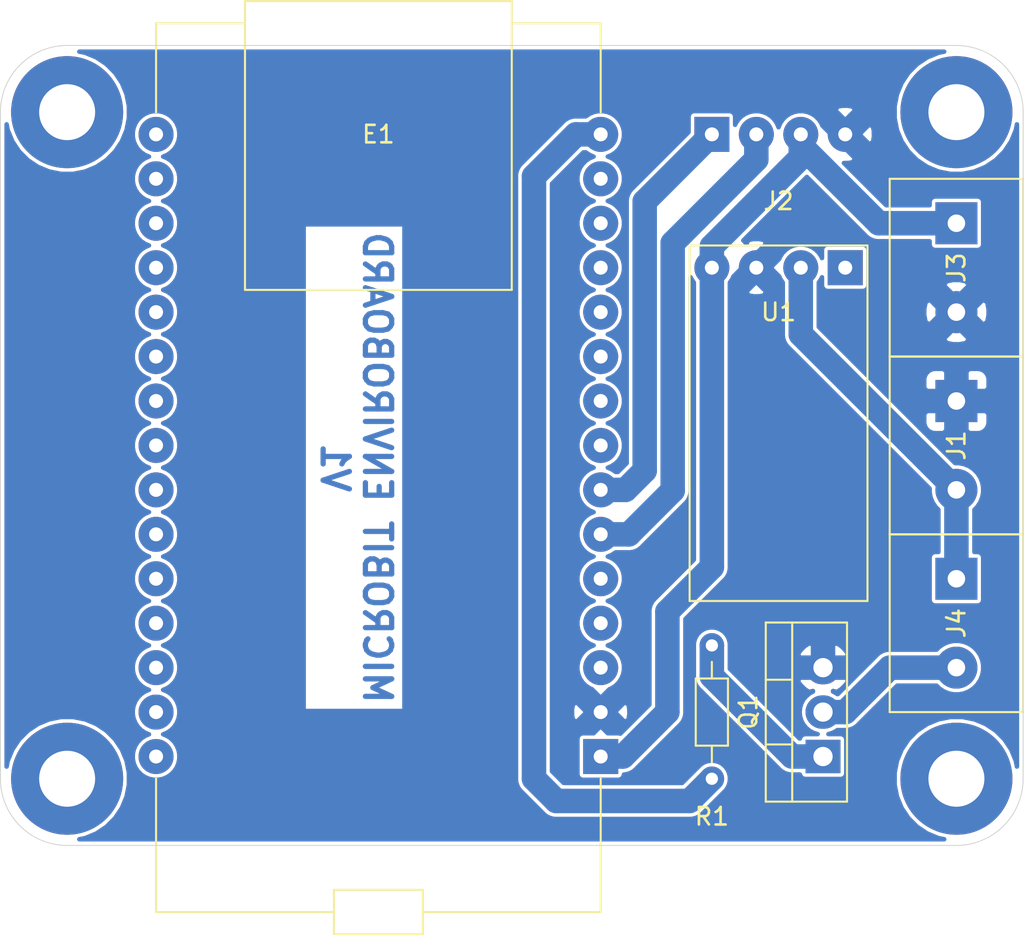
<source format=kicad_pcb>
(kicad_pcb (version 20171130) (host pcbnew 5.1.6)

  (general
    (thickness 1.6)
    (drawings 9)
    (tracks 36)
    (zones 0)
    (modules 12)
    (nets 35)
  )

  (page A4)
  (layers
    (0 F.Cu signal)
    (31 B.Cu signal)
    (32 B.Adhes user)
    (33 F.Adhes user)
    (34 B.Paste user)
    (35 F.Paste user)
    (36 B.SilkS user)
    (37 F.SilkS user)
    (38 B.Mask user)
    (39 F.Mask user)
    (40 Dwgs.User user)
    (41 Cmts.User user)
    (42 Eco1.User user)
    (43 Eco2.User user)
    (44 Edge.Cuts user)
    (45 Margin user)
    (46 B.CrtYd user)
    (47 F.CrtYd user)
    (48 B.Fab user)
    (49 F.Fab user)
  )

  (setup
    (last_trace_width 1.4)
    (user_trace_width 1.4)
    (user_trace_width 2)
    (trace_clearance 0.2)
    (zone_clearance 0.2)
    (zone_45_only no)
    (trace_min 0.2)
    (via_size 0.8)
    (via_drill 0.4)
    (via_min_size 0.4)
    (via_min_drill 0.3)
    (uvia_size 0.3)
    (uvia_drill 0.1)
    (uvias_allowed no)
    (uvia_min_size 0.2)
    (uvia_min_drill 0.1)
    (edge_width 0.05)
    (segment_width 0.2)
    (pcb_text_width 0.3)
    (pcb_text_size 1.5 1.5)
    (mod_edge_width 0.12)
    (mod_text_size 1 1)
    (mod_text_width 0.15)
    (pad_size 1.524 1.524)
    (pad_drill 0.762)
    (pad_to_mask_clearance 0.05)
    (aux_axis_origin 0 0)
    (visible_elements FFFFFF7F)
    (pcbplotparams
      (layerselection 0x01000_fffffffe)
      (usegerberextensions false)
      (usegerberattributes true)
      (usegerberadvancedattributes true)
      (creategerberjobfile true)
      (excludeedgelayer true)
      (linewidth 0.100000)
      (plotframeref false)
      (viasonmask false)
      (mode 1)
      (useauxorigin false)
      (hpglpennumber 1)
      (hpglpenspeed 20)
      (hpglpendiameter 15.000000)
      (psnegative false)
      (psa4output false)
      (plotreference true)
      (plotvalue true)
      (plotinvisibletext false)
      (padsonsilk false)
      (subtractmaskfromsilk false)
      (outputformat 1)
      (mirror false)
      (drillshape 0)
      (scaleselection 1)
      (outputdirectory ""))
  )

  (net 0 "")
  (net 1 "Net-(E1-Pad30)")
  (net 2 "Net-(E1-Pad29)")
  (net 3 "Net-(E1-Pad28)")
  (net 4 "Net-(E1-Pad27)")
  (net 5 "Net-(E1-Pad26)")
  (net 6 "Net-(E1-Pad25)")
  (net 7 "Net-(E1-Pad24)")
  (net 8 "Net-(E1-Pad23)")
  (net 9 "Net-(E1-Pad22)")
  (net 10 "Net-(E1-Pad21)")
  (net 11 "Net-(E1-Pad20)")
  (net 12 "Net-(E1-Pad19)")
  (net 13 "Net-(E1-Pad18)")
  (net 14 "Net-(E1-Pad17)")
  (net 15 "Net-(E1-Pad16)")
  (net 16 /PUMP)
  (net 17 "Net-(E1-Pad14)")
  (net 18 "Net-(E1-Pad13)")
  (net 19 "Net-(E1-Pad12)")
  (net 20 "Net-(E1-Pad11)")
  (net 21 "Net-(E1-Pad10)")
  (net 22 "Net-(E1-Pad9)")
  (net 23 "Net-(E1-Pad8)")
  (net 24 "Net-(E1-Pad7)")
  (net 25 "Net-(E1-Pad6)")
  (net 26 "Net-(E1-Pad5)")
  (net 27 "Net-(E1-Pad4)")
  (net 28 "Net-(E1-Pad3)")
  (net 29 GND)
  (net 30 +3V3)
  (net 31 +12V)
  (net 32 "Net-(J4-Pad2)")
  (net 33 "Net-(Q1-Pad1)")
  (net 34 "Net-(U1-Pad1)")

  (net_class Default "This is the default net class."
    (clearance 0.2)
    (trace_width 0.25)
    (via_dia 0.8)
    (via_drill 0.4)
    (uvia_dia 0.3)
    (uvia_drill 0.1)
    (add_net +12V)
    (add_net +3V3)
    (add_net /PUMP)
    (add_net GND)
    (add_net "Net-(E1-Pad10)")
    (add_net "Net-(E1-Pad11)")
    (add_net "Net-(E1-Pad12)")
    (add_net "Net-(E1-Pad13)")
    (add_net "Net-(E1-Pad14)")
    (add_net "Net-(E1-Pad16)")
    (add_net "Net-(E1-Pad17)")
    (add_net "Net-(E1-Pad18)")
    (add_net "Net-(E1-Pad19)")
    (add_net "Net-(E1-Pad20)")
    (add_net "Net-(E1-Pad21)")
    (add_net "Net-(E1-Pad22)")
    (add_net "Net-(E1-Pad23)")
    (add_net "Net-(E1-Pad24)")
    (add_net "Net-(E1-Pad25)")
    (add_net "Net-(E1-Pad26)")
    (add_net "Net-(E1-Pad27)")
    (add_net "Net-(E1-Pad28)")
    (add_net "Net-(E1-Pad29)")
    (add_net "Net-(E1-Pad3)")
    (add_net "Net-(E1-Pad30)")
    (add_net "Net-(E1-Pad4)")
    (add_net "Net-(E1-Pad5)")
    (add_net "Net-(E1-Pad6)")
    (add_net "Net-(E1-Pad7)")
    (add_net "Net-(E1-Pad8)")
    (add_net "Net-(E1-Pad9)")
    (add_net "Net-(J4-Pad2)")
    (add_net "Net-(Q1-Pad1)")
    (add_net "Net-(U1-Pad1)")
  )

  (module headers:screw_terminal (layer F.Cu) (tedit 5F129D61) (tstamp 5F12A86B)
    (at 54.61 33.02 270)
    (path /5F0D955A)
    (fp_text reference J4 (at 0 0 90) (layer F.SilkS)
      (effects (font (size 1 1) (thickness 0.15)))
    )
    (fp_text value PUMP (at 0 -2.54 90) (layer F.Fab)
      (effects (font (size 1 1) (thickness 0.15)))
    )
    (fp_line (start -5.08 -3.81) (end -5.08 3.81) (layer F.SilkS) (width 0.12))
    (fp_line (start -5.08 3.81) (end 5.08 3.81) (layer F.SilkS) (width 0.12))
    (fp_line (start 5.08 3.81) (end 5.08 -3.81) (layer F.SilkS) (width 0.12))
    (fp_line (start 5.08 -3.81) (end -5.08 -3.81) (layer F.SilkS) (width 0.12))
    (pad 1 thru_hole rect (at -2.54 0 270) (size 2.4 2.4) (drill 1) (layers *.Cu *.Mask)
      (net 31 +12V))
    (pad 2 thru_hole circle (at 2.54 0 270) (size 2.4 2.4) (drill 1) (layers *.Cu *.Mask)
      (net 32 "Net-(J4-Pad2)"))
  )

  (module headers:screw_terminal (layer F.Cu) (tedit 5F129D61) (tstamp 5F12A861)
    (at 54.61 12.7 270)
    (path /5F0D9E40)
    (fp_text reference J3 (at 0 0 90) (layer F.SilkS)
      (effects (font (size 1 1) (thickness 0.15)))
    )
    (fp_text value 3V3 (at 0 -2.54 90) (layer F.Fab)
      (effects (font (size 1 1) (thickness 0.15)))
    )
    (fp_line (start -5.08 -3.81) (end -5.08 3.81) (layer F.SilkS) (width 0.12))
    (fp_line (start -5.08 3.81) (end 5.08 3.81) (layer F.SilkS) (width 0.12))
    (fp_line (start 5.08 3.81) (end 5.08 -3.81) (layer F.SilkS) (width 0.12))
    (fp_line (start 5.08 -3.81) (end -5.08 -3.81) (layer F.SilkS) (width 0.12))
    (pad 1 thru_hole rect (at -2.54 0 270) (size 2.4 2.4) (drill 1) (layers *.Cu *.Mask)
      (net 30 +3V3))
    (pad 2 thru_hole circle (at 2.54 0 270) (size 2.4 2.4) (drill 1) (layers *.Cu *.Mask)
      (net 29 GND))
  )

  (module headers:screw_terminal (layer F.Cu) (tedit 5F129D61) (tstamp 5F12A849)
    (at 54.61 22.86 270)
    (path /5F0D867F)
    (fp_text reference J1 (at 0 0 90) (layer F.SilkS)
      (effects (font (size 1 1) (thickness 0.15)))
    )
    (fp_text value 12V (at 0 -2.54 90) (layer F.Fab)
      (effects (font (size 1 1) (thickness 0.15)))
    )
    (fp_line (start -5.08 -3.81) (end -5.08 3.81) (layer F.SilkS) (width 0.12))
    (fp_line (start -5.08 3.81) (end 5.08 3.81) (layer F.SilkS) (width 0.12))
    (fp_line (start 5.08 3.81) (end 5.08 -3.81) (layer F.SilkS) (width 0.12))
    (fp_line (start 5.08 -3.81) (end -5.08 -3.81) (layer F.SilkS) (width 0.12))
    (pad 1 thru_hole rect (at -2.54 0 270) (size 2.4 2.4) (drill 1) (layers *.Cu *.Mask)
      (net 29 GND))
    (pad 2 thru_hole circle (at 2.54 0 270) (size 2.4 2.4) (drill 1) (layers *.Cu *.Mask)
      (net 31 +12V))
  )

  (module headers:4x1 (layer F.Cu) (tedit 5F0667B9) (tstamp 5F11319C)
    (at 44.45 5.08)
    (path /5F10408E)
    (fp_text reference J2 (at 0 3.81) (layer F.SilkS)
      (effects (font (size 1 1) (thickness 0.15)))
    )
    (fp_text value SERIAL (at 0 2.54) (layer F.Fab)
      (effects (font (size 1 1) (thickness 0.15)))
    )
    (pad 4 thru_hole circle (at 3.81 0) (size 2 2) (drill 0.8) (layers *.Cu *.Mask)
      (net 29 GND))
    (pad 3 thru_hole circle (at 1.27 0) (size 2 2) (drill 0.8) (layers *.Cu *.Mask)
      (net 30 +3V3))
    (pad 2 thru_hole circle (at -1.27 0) (size 2 2) (drill 0.8) (layers *.Cu *.Mask)
      (net 25 "Net-(E1-Pad6)"))
    (pad 1 thru_hole rect (at -3.81 0) (size 2 2) (drill 0.8) (layers *.Cu *.Mask)
      (net 24 "Net-(E1-Pad7)"))
  )

  (module MountingHole:MountingHole_3.2mm_M3_Pad (layer F.Cu) (tedit 56D1B4CB) (tstamp 5F107FDB)
    (at 3.81 41.91)
    (descr "Mounting Hole 3.2mm, M3")
    (tags "mounting hole 3.2mm m3")
    (attr virtual)
    (fp_text reference REF** (at 0 -4.2) (layer F.SilkS) hide
      (effects (font (size 1 1) (thickness 0.15)))
    )
    (fp_text value MountingHole_3.2mm_M3_Pad (at 0 4.2) (layer F.Fab) hide
      (effects (font (size 1 1) (thickness 0.15)))
    )
    (fp_circle (center 0 0) (end 3.45 0) (layer F.CrtYd) (width 0.05))
    (fp_circle (center 0 0) (end 3.2 0) (layer Cmts.User) (width 0.15))
    (fp_text user %R (at 0.3 0) (layer F.Fab)
      (effects (font (size 1 1) (thickness 0.15)))
    )
    (pad 1 thru_hole circle (at 0 0) (size 6.4 6.4) (drill 3.2) (layers *.Cu *.Mask))
  )

  (module MountingHole:MountingHole_3.2mm_M3_Pad (layer F.Cu) (tedit 56D1B4CB) (tstamp 5F107FDB)
    (at 54.61 41.91)
    (descr "Mounting Hole 3.2mm, M3")
    (tags "mounting hole 3.2mm m3")
    (attr virtual)
    (fp_text reference REF** (at 0 -4.2) (layer F.SilkS) hide
      (effects (font (size 1 1) (thickness 0.15)))
    )
    (fp_text value MountingHole_3.2mm_M3_Pad (at 0 4.2) (layer F.Fab) hide
      (effects (font (size 1 1) (thickness 0.15)))
    )
    (fp_circle (center 0 0) (end 3.45 0) (layer F.CrtYd) (width 0.05))
    (fp_circle (center 0 0) (end 3.2 0) (layer Cmts.User) (width 0.15))
    (fp_text user %R (at 0.3 0) (layer F.Fab)
      (effects (font (size 1 1) (thickness 0.15)))
    )
    (pad 1 thru_hole circle (at 0 0) (size 6.4 6.4) (drill 3.2) (layers *.Cu *.Mask))
  )

  (module MountingHole:MountingHole_3.2mm_M3_Pad (layer F.Cu) (tedit 56D1B4CB) (tstamp 5F107FDB)
    (at 54.61 3.81)
    (descr "Mounting Hole 3.2mm, M3")
    (tags "mounting hole 3.2mm m3")
    (attr virtual)
    (fp_text reference REF** (at 0 -4.2) (layer F.SilkS) hide
      (effects (font (size 1 1) (thickness 0.15)))
    )
    (fp_text value MountingHole_3.2mm_M3_Pad (at 0 4.2) (layer F.Fab) hide
      (effects (font (size 1 1) (thickness 0.15)))
    )
    (fp_circle (center 0 0) (end 3.45 0) (layer F.CrtYd) (width 0.05))
    (fp_circle (center 0 0) (end 3.2 0) (layer Cmts.User) (width 0.15))
    (fp_text user %R (at 0.3 0) (layer F.Fab)
      (effects (font (size 1 1) (thickness 0.15)))
    )
    (pad 1 thru_hole circle (at 0 0) (size 6.4 6.4) (drill 3.2) (layers *.Cu *.Mask))
  )

  (module MountingHole:MountingHole_3.2mm_M3_Pad (layer F.Cu) (tedit 56D1B4CB) (tstamp 5F107FDB)
    (at 3.81 3.81)
    (descr "Mounting Hole 3.2mm, M3")
    (tags "mounting hole 3.2mm m3")
    (attr virtual)
    (fp_text reference REF** (at 0 -4.2) (layer F.SilkS) hide
      (effects (font (size 1 1) (thickness 0.15)))
    )
    (fp_text value MountingHole_3.2mm_M3_Pad (at 0 4.2) (layer F.Fab) hide
      (effects (font (size 1 1) (thickness 0.15)))
    )
    (fp_circle (center 0 0) (end 3.45 0) (layer F.CrtYd) (width 0.05))
    (fp_circle (center 0 0) (end 3.2 0) (layer Cmts.User) (width 0.15))
    (fp_text user %R (at 0.3 0) (layer F.Fab)
      (effects (font (size 1 1) (thickness 0.15)))
    )
    (pad 1 thru_hole circle (at 0 0) (size 6.4 6.4) (drill 3.2) (layers *.Cu *.Mask))
  )

  (module Resistor_THT:R_Axial_DIN0204_L3.6mm_D1.6mm_P7.62mm_Horizontal (layer F.Cu) (tedit 5AE5139B) (tstamp 5F0DF6FC)
    (at 40.64 34.29 270)
    (descr "Resistor, Axial_DIN0204 series, Axial, Horizontal, pin pitch=7.62mm, 0.167W, length*diameter=3.6*1.6mm^2, http://cdn-reichelt.de/documents/datenblatt/B400/1_4W%23YAG.pdf")
    (tags "Resistor Axial_DIN0204 series Axial Horizontal pin pitch 7.62mm 0.167W length 3.6mm diameter 1.6mm")
    (path /5F0DCBB7)
    (fp_text reference R1 (at 9.779 0 180) (layer F.SilkS)
      (effects (font (size 1 1) (thickness 0.15)))
    )
    (fp_text value 47R (at 3.81 2.54 90) (layer F.Fab)
      (effects (font (size 1 1) (thickness 0.15)))
    )
    (fp_line (start 8.57 -1.05) (end -0.95 -1.05) (layer F.CrtYd) (width 0.05))
    (fp_line (start 8.57 1.05) (end 8.57 -1.05) (layer F.CrtYd) (width 0.05))
    (fp_line (start -0.95 1.05) (end 8.57 1.05) (layer F.CrtYd) (width 0.05))
    (fp_line (start -0.95 -1.05) (end -0.95 1.05) (layer F.CrtYd) (width 0.05))
    (fp_line (start 6.68 0) (end 5.73 0) (layer F.SilkS) (width 0.12))
    (fp_line (start 0.94 0) (end 1.89 0) (layer F.SilkS) (width 0.12))
    (fp_line (start 5.73 -0.92) (end 1.89 -0.92) (layer F.SilkS) (width 0.12))
    (fp_line (start 5.73 0.92) (end 5.73 -0.92) (layer F.SilkS) (width 0.12))
    (fp_line (start 1.89 0.92) (end 5.73 0.92) (layer F.SilkS) (width 0.12))
    (fp_line (start 1.89 -0.92) (end 1.89 0.92) (layer F.SilkS) (width 0.12))
    (fp_line (start 7.62 0) (end 5.61 0) (layer F.Fab) (width 0.1))
    (fp_line (start 0 0) (end 2.01 0) (layer F.Fab) (width 0.1))
    (fp_line (start 5.61 -0.8) (end 2.01 -0.8) (layer F.Fab) (width 0.1))
    (fp_line (start 5.61 0.8) (end 5.61 -0.8) (layer F.Fab) (width 0.1))
    (fp_line (start 2.01 0.8) (end 5.61 0.8) (layer F.Fab) (width 0.1))
    (fp_line (start 2.01 -0.8) (end 2.01 0.8) (layer F.Fab) (width 0.1))
    (fp_text user %R (at 3.81 0 90) (layer F.Fab)
      (effects (font (size 0.72 0.72) (thickness 0.108)))
    )
    (pad 2 thru_hole oval (at 7.62 0 270) (size 1.4 1.4) (drill 0.7) (layers *.Cu *.Mask)
      (net 16 /PUMP))
    (pad 1 thru_hole circle (at 0 0 270) (size 1.4 1.4) (drill 0.7) (layers *.Cu *.Mask)
      (net 33 "Net-(Q1-Pad1)"))
    (model ${KISYS3DMOD}/Resistor_THT.3dshapes/R_Axial_DIN0204_L3.6mm_D1.6mm_P7.62mm_Horizontal.wrl
      (at (xyz 0 0 0))
      (scale (xyz 1 1 1))
      (rotate (xyz 0 0 0))
    )
  )

  (module misc:buck_converter (layer F.Cu) (tedit 5F0D82D8) (tstamp 5F0DDB09)
    (at 44.45 12.7 180)
    (path /5F0DACB8)
    (fp_text reference U1 (at 0 -2.54) (layer F.SilkS)
      (effects (font (size 1 1) (thickness 0.15)))
    )
    (fp_text value REGULATOR (at 0 -5.08) (layer F.Fab)
      (effects (font (size 1 1) (thickness 0.15)))
    )
    (fp_line (start 5.08 1.27) (end 0 1.27) (layer F.SilkS) (width 0.12))
    (fp_line (start 5.08 -19.05) (end 5.08 1.27) (layer F.SilkS) (width 0.12))
    (fp_line (start -5.08 -19.05) (end 5.08 -19.05) (layer F.SilkS) (width 0.12))
    (fp_line (start -5.08 1.27) (end -5.08 -19.05) (layer F.SilkS) (width 0.12))
    (fp_line (start 0 1.27) (end -5.08 1.27) (layer F.SilkS) (width 0.12))
    (pad 4 thru_hole circle (at 3.81 0 180) (size 2 2) (drill 0.8) (layers *.Cu *.Mask)
      (net 30 +3V3))
    (pad 3 thru_hole circle (at 1.27 0 180) (size 2 2) (drill 0.8) (layers *.Cu *.Mask)
      (net 29 GND))
    (pad 2 thru_hole circle (at -1.27 0 180) (size 2 2) (drill 0.8) (layers *.Cu *.Mask)
      (net 31 +12V))
    (pad 1 thru_hole rect (at -3.81 0 180) (size 2 2) (drill 0.8) (layers *.Cu *.Mask)
      (net 34 "Net-(U1-Pad1)"))
  )

  (module Package_TO_SOT_THT:TO-220-3_Vertical (layer F.Cu) (tedit 5AC8BA0D) (tstamp 5F0DDAEA)
    (at 46.99 40.64 90)
    (descr "TO-220-3, Vertical, RM 2.54mm, see https://www.vishay.com/docs/66542/to-220-1.pdf")
    (tags "TO-220-3 Vertical RM 2.54mm")
    (path /5F0DBB13)
    (fp_text reference Q1 (at 2.54 -4.27 90) (layer F.SilkS)
      (effects (font (size 1 1) (thickness 0.15)))
    )
    (fp_text value TIP41C (at 2.54 2.5 90) (layer F.Fab)
      (effects (font (size 1 1) (thickness 0.15)))
    )
    (fp_line (start 7.79 -3.4) (end -2.71 -3.4) (layer F.CrtYd) (width 0.05))
    (fp_line (start 7.79 1.51) (end 7.79 -3.4) (layer F.CrtYd) (width 0.05))
    (fp_line (start -2.71 1.51) (end 7.79 1.51) (layer F.CrtYd) (width 0.05))
    (fp_line (start -2.71 -3.4) (end -2.71 1.51) (layer F.CrtYd) (width 0.05))
    (fp_line (start 4.391 -3.27) (end 4.391 -1.76) (layer F.SilkS) (width 0.12))
    (fp_line (start 0.69 -3.27) (end 0.69 -1.76) (layer F.SilkS) (width 0.12))
    (fp_line (start -2.58 -1.76) (end 7.66 -1.76) (layer F.SilkS) (width 0.12))
    (fp_line (start 7.66 -3.27) (end 7.66 1.371) (layer F.SilkS) (width 0.12))
    (fp_line (start -2.58 -3.27) (end -2.58 1.371) (layer F.SilkS) (width 0.12))
    (fp_line (start -2.58 1.371) (end 7.66 1.371) (layer F.SilkS) (width 0.12))
    (fp_line (start -2.58 -3.27) (end 7.66 -3.27) (layer F.SilkS) (width 0.12))
    (fp_line (start 4.39 -3.15) (end 4.39 -1.88) (layer F.Fab) (width 0.1))
    (fp_line (start 0.69 -3.15) (end 0.69 -1.88) (layer F.Fab) (width 0.1))
    (fp_line (start -2.46 -1.88) (end 7.54 -1.88) (layer F.Fab) (width 0.1))
    (fp_line (start 7.54 -3.15) (end -2.46 -3.15) (layer F.Fab) (width 0.1))
    (fp_line (start 7.54 1.25) (end 7.54 -3.15) (layer F.Fab) (width 0.1))
    (fp_line (start -2.46 1.25) (end 7.54 1.25) (layer F.Fab) (width 0.1))
    (fp_line (start -2.46 -3.15) (end -2.46 1.25) (layer F.Fab) (width 0.1))
    (fp_text user %R (at 2.54 -4.27 90) (layer F.Fab)
      (effects (font (size 1 1) (thickness 0.15)))
    )
    (pad 3 thru_hole oval (at 5.08 0 90) (size 1.905 2) (drill 1.1) (layers *.Cu *.Mask)
      (net 29 GND))
    (pad 2 thru_hole oval (at 2.54 0 90) (size 1.905 2) (drill 1.1) (layers *.Cu *.Mask)
      (net 32 "Net-(J4-Pad2)"))
    (pad 1 thru_hole rect (at 0 0 90) (size 1.905 2) (drill 1.1) (layers *.Cu *.Mask)
      (net 33 "Net-(Q1-Pad1)"))
    (model ${KISYS3DMOD}/Package_TO_SOT_THT.3dshapes/TO-220-3_Vertical.wrl
      (at (xyz 0 0 0))
      (scale (xyz 1 1 1))
      (rotate (xyz 0 0 0))
    )
  )

  (module microcontroller:ESP31-DEVKIT (layer F.Cu) (tedit 5F0D8041) (tstamp 5F0DDAB8)
    (at 21.59 24.13)
    (path /5F0D7604)
    (fp_text reference E1 (at 0 -19.05) (layer F.SilkS)
      (effects (font (size 1 1) (thickness 0.15)))
    )
    (fp_text value ESP32-DEVKIT (at 0 -21.59 180) (layer F.Fab)
      (effects (font (size 1 1) (thickness 0.15)))
    )
    (fp_line (start -7.62 -25.4) (end -12.7 -25.4) (layer F.SilkS) (width 0.12))
    (fp_line (start 12.7 -25.4) (end 7.62 -25.4) (layer F.SilkS) (width 0.12))
    (fp_line (start 7.62 -26.67) (end -7.62 -26.67) (layer F.SilkS) (width 0.12))
    (fp_line (start 7.62 -10.16) (end 7.62 -26.67) (layer F.SilkS) (width 0.12))
    (fp_line (start -7.62 -10.16) (end 7.62 -10.16) (layer F.SilkS) (width 0.12))
    (fp_line (start -7.62 -26.67) (end -7.62 -10.16) (layer F.SilkS) (width 0.12))
    (fp_line (start -2.54 25.4) (end -12.7 25.4) (layer F.SilkS) (width 0.12))
    (fp_line (start 12.7 25.4) (end 2.54 25.4) (layer F.SilkS) (width 0.12))
    (fp_line (start -2.54 26.67) (end -2.54 24.13) (layer F.SilkS) (width 0.12))
    (fp_line (start 2.54 26.67) (end -2.54 26.67) (layer F.SilkS) (width 0.12))
    (fp_line (start 2.54 24.13) (end 2.54 26.67) (layer F.SilkS) (width 0.12))
    (fp_line (start -2.54 24.13) (end 2.54 24.13) (layer F.SilkS) (width 0.12))
    (fp_line (start 12.7 25.4) (end 12.7 17.78) (layer F.SilkS) (width 0.12))
    (fp_line (start -12.7 17.78) (end -12.7 25.4) (layer F.SilkS) (width 0.12))
    (fp_line (start 12.7 -25.4) (end 12.7 -20.32) (layer F.SilkS) (width 0.12))
    (fp_line (start -12.7 -20.32) (end -12.7 -25.4) (layer F.SilkS) (width 0.12))
    (pad 30 thru_hole circle (at -12.7 -19.05) (size 2 2) (drill 0.8) (layers *.Cu *.Mask)
      (net 1 "Net-(E1-Pad30)"))
    (pad 29 thru_hole circle (at -12.7 -16.51) (size 2 2) (drill 0.8) (layers *.Cu *.Mask)
      (net 2 "Net-(E1-Pad29)"))
    (pad 28 thru_hole circle (at -12.7 -13.97) (size 2 2) (drill 0.8) (layers *.Cu *.Mask)
      (net 3 "Net-(E1-Pad28)"))
    (pad 27 thru_hole circle (at -12.7 -11.43) (size 2 2) (drill 0.8) (layers *.Cu *.Mask)
      (net 4 "Net-(E1-Pad27)"))
    (pad 26 thru_hole circle (at -12.7 -8.89) (size 2 2) (drill 0.8) (layers *.Cu *.Mask)
      (net 5 "Net-(E1-Pad26)"))
    (pad 25 thru_hole circle (at -12.7 -6.35) (size 2 2) (drill 0.8) (layers *.Cu *.Mask)
      (net 6 "Net-(E1-Pad25)"))
    (pad 24 thru_hole circle (at -12.7 -3.81) (size 2 2) (drill 0.8) (layers *.Cu *.Mask)
      (net 7 "Net-(E1-Pad24)"))
    (pad 23 thru_hole circle (at -12.7 -1.27) (size 2 2) (drill 0.8) (layers *.Cu *.Mask)
      (net 8 "Net-(E1-Pad23)"))
    (pad 22 thru_hole circle (at -12.7 1.27) (size 2 2) (drill 0.8) (layers *.Cu *.Mask)
      (net 9 "Net-(E1-Pad22)"))
    (pad 21 thru_hole circle (at -12.7 3.81) (size 2 2) (drill 0.8) (layers *.Cu *.Mask)
      (net 10 "Net-(E1-Pad21)"))
    (pad 20 thru_hole circle (at -12.7 6.35) (size 2 2) (drill 0.8) (layers *.Cu *.Mask)
      (net 11 "Net-(E1-Pad20)"))
    (pad 19 thru_hole circle (at -12.7 8.89) (size 2 2) (drill 0.8) (layers *.Cu *.Mask)
      (net 12 "Net-(E1-Pad19)"))
    (pad 18 thru_hole circle (at -12.7 11.43) (size 2 2) (drill 0.8) (layers *.Cu *.Mask)
      (net 13 "Net-(E1-Pad18)"))
    (pad 17 thru_hole circle (at -12.7 13.97) (size 2 2) (drill 0.8) (layers *.Cu *.Mask)
      (net 14 "Net-(E1-Pad17)"))
    (pad 16 thru_hole circle (at -12.7 16.51) (size 2 2) (drill 0.8) (layers *.Cu *.Mask)
      (net 15 "Net-(E1-Pad16)"))
    (pad 15 thru_hole circle (at 12.7 -19.05) (size 2 2) (drill 0.8) (layers *.Cu *.Mask)
      (net 16 /PUMP))
    (pad 14 thru_hole circle (at 12.7 -16.51) (size 2 2) (drill 0.8) (layers *.Cu *.Mask)
      (net 17 "Net-(E1-Pad14)"))
    (pad 13 thru_hole circle (at 12.7 -13.97) (size 2 2) (drill 0.8) (layers *.Cu *.Mask)
      (net 18 "Net-(E1-Pad13)"))
    (pad 12 thru_hole circle (at 12.7 -11.43) (size 2 2) (drill 0.8) (layers *.Cu *.Mask)
      (net 19 "Net-(E1-Pad12)"))
    (pad 11 thru_hole circle (at 12.7 -8.89) (size 2 2) (drill 0.8) (layers *.Cu *.Mask)
      (net 20 "Net-(E1-Pad11)"))
    (pad 10 thru_hole circle (at 12.7 -6.35) (size 2 2) (drill 0.8) (layers *.Cu *.Mask)
      (net 21 "Net-(E1-Pad10)"))
    (pad 9 thru_hole circle (at 12.7 -3.81) (size 2 2) (drill 0.8) (layers *.Cu *.Mask)
      (net 22 "Net-(E1-Pad9)"))
    (pad 8 thru_hole circle (at 12.7 -1.27) (size 2 2) (drill 0.8) (layers *.Cu *.Mask)
      (net 23 "Net-(E1-Pad8)"))
    (pad 7 thru_hole circle (at 12.7 1.27) (size 2 2) (drill 0.8) (layers *.Cu *.Mask)
      (net 24 "Net-(E1-Pad7)"))
    (pad 6 thru_hole circle (at 12.7 3.81) (size 2 2) (drill 0.8) (layers *.Cu *.Mask)
      (net 25 "Net-(E1-Pad6)"))
    (pad 5 thru_hole circle (at 12.7 6.35) (size 2 2) (drill 0.8) (layers *.Cu *.Mask)
      (net 26 "Net-(E1-Pad5)"))
    (pad 4 thru_hole circle (at 12.7 8.89) (size 2 2) (drill 0.8) (layers *.Cu *.Mask)
      (net 27 "Net-(E1-Pad4)"))
    (pad 3 thru_hole circle (at 12.7 11.43) (size 2 2) (drill 0.8) (layers *.Cu *.Mask)
      (net 28 "Net-(E1-Pad3)"))
    (pad 2 thru_hole circle (at 12.7 13.97) (size 2 2) (drill 0.8) (layers *.Cu *.Mask)
      (net 29 GND))
    (pad 1 thru_hole rect (at 12.7 16.51) (size 2 2) (drill 0.8) (layers *.Cu *.Mask)
      (net 30 +3V3))
  )

  (gr_text "MICROBIT ENVIROBOARD\nV1" (at 20.32 24.13 270) (layer B.Cu)
    (effects (font (size 1.5 1.5) (thickness 0.3)) (justify mirror))
  )
  (gr_arc (start 3.81 3.81) (end 3.81 0) (angle -90) (layer Edge.Cuts) (width 0.05))
  (gr_arc (start 54.61 3.81) (end 58.42 3.81) (angle -90) (layer Edge.Cuts) (width 0.05))
  (gr_arc (start 54.61 41.91) (end 54.61 45.72) (angle -90) (layer Edge.Cuts) (width 0.05))
  (gr_arc (start 3.81 41.91) (end 0 41.91) (angle -90) (layer Edge.Cuts) (width 0.05))
  (gr_line (start 58.42 41.91) (end 58.42 3.81) (layer Edge.Cuts) (width 0.05) (tstamp 5F0DFFA4))
  (gr_line (start 3.81 45.72) (end 54.61 45.72) (layer Edge.Cuts) (width 0.05))
  (gr_line (start 0 3.81) (end 0 41.91) (layer Edge.Cuts) (width 0.05))
  (gr_line (start 3.81 0) (end 54.61 0) (layer Edge.Cuts) (width 0.05))

  (segment (start 40.64 41.91) (end 39.37 43.18) (width 1.4) (layer B.Cu) (net 16))
  (segment (start 39.37 43.18) (end 31.75 43.18) (width 1.4) (layer B.Cu) (net 16))
  (segment (start 31.75 43.18) (end 30.48 41.91) (width 1.4) (layer B.Cu) (net 16))
  (segment (start 32.875787 5.08) (end 34.29 5.08) (width 1.4) (layer B.Cu) (net 16))
  (segment (start 30.48 7.475787) (end 32.875787 5.08) (width 1.4) (layer B.Cu) (net 16))
  (segment (start 30.48 41.91) (end 30.48 7.475787) (width 1.4) (layer B.Cu) (net 16))
  (segment (start 36.803209 8.916791) (end 40.64 5.08) (width 1.4) (layer B.Cu) (net 24))
  (segment (start 36.803209 24.301004) (end 36.803209 8.916791) (width 1.4) (layer B.Cu) (net 24))
  (segment (start 35.704213 25.4) (end 36.803209 24.301004) (width 1.4) (layer B.Cu) (net 24))
  (segment (start 34.29 25.4) (end 35.704213 25.4) (width 1.4) (layer B.Cu) (net 24))
  (segment (start 35.900008 27.94) (end 34.29 27.94) (width 1.4) (layer B.Cu) (net 25))
  (segment (start 38.40322 25.436788) (end 35.900008 27.94) (width 1.4) (layer B.Cu) (net 25))
  (segment (start 38.40322 11.292082) (end 38.40322 25.436788) (width 1.4) (layer B.Cu) (net 25))
  (segment (start 43.18 6.515302) (end 38.40322 11.292082) (width 1.4) (layer B.Cu) (net 25))
  (segment (start 43.18 5.08) (end 43.18 6.515302) (width 1.4) (layer B.Cu) (net 25))
  (segment (start 50.8 10.16) (end 54.61 10.16) (width 1.4) (layer B.Cu) (net 30))
  (segment (start 50.169999 10.16) (end 50.8 10.16) (width 1.4) (layer B.Cu) (net 30))
  (segment (start 45.72 5.710001) (end 50.169999 10.16) (width 1.4) (layer B.Cu) (net 30))
  (segment (start 45.72 5.08) (end 45.72 5.710001) (width 1.4) (layer B.Cu) (net 30))
  (segment (start 45.72 6.403359) (end 45.72 5.08) (width 1.4) (layer B.Cu) (net 30))
  (segment (start 40.64 11.483359) (end 45.72 6.403359) (width 1.4) (layer B.Cu) (net 30))
  (segment (start 40.64 12.7) (end 40.64 11.483359) (width 1.4) (layer B.Cu) (net 30))
  (segment (start 40.64 29.817255) (end 40.64 12.7) (width 1.4) (layer B.Cu) (net 30))
  (segment (start 38.1 32.357255) (end 40.64 29.817255) (width 1.4) (layer B.Cu) (net 30))
  (segment (start 38.1 38.1) (end 38.1 32.357255) (width 1.4) (layer B.Cu) (net 30))
  (segment (start 35.56 40.64) (end 38.1 38.1) (width 1.4) (layer B.Cu) (net 30))
  (segment (start 34.29 40.64) (end 35.56 40.64) (width 1.4) (layer B.Cu) (net 30))
  (segment (start 45.72 16.51) (end 54.61 25.4) (width 1.4) (layer B.Cu) (net 31))
  (segment (start 45.72 12.7) (end 45.72 16.51) (width 1.4) (layer B.Cu) (net 31))
  (segment (start 54.61 25.4) (end 54.61 30.48) (width 1.4) (layer B.Cu) (net 31))
  (segment (start 48.26 38.1) (end 46.99 38.1) (width 1.4) (layer B.Cu) (net 32))
  (segment (start 50.8 35.56) (end 48.26 38.1) (width 1.4) (layer B.Cu) (net 32))
  (segment (start 54.61 35.56) (end 50.8 35.56) (width 1.4) (layer B.Cu) (net 32))
  (segment (start 45.225026 40.64) (end 46.99 40.64) (width 1.4) (layer B.Cu) (net 33))
  (segment (start 40.64 36.054974) (end 45.225026 40.64) (width 1.4) (layer B.Cu) (net 33))
  (segment (start 40.64 34.29) (end 40.64 36.054974) (width 1.4) (layer B.Cu) (net 33))

  (zone (net 29) (net_name GND) (layer B.Cu) (tstamp 5F123AC2) (hatch edge 0.508)
    (connect_pads (clearance 0.2))
    (min_thickness 0.254)
    (fill yes (arc_segments 32) (thermal_gap 0.508) (thermal_bridge_width 1.4))
    (polygon
      (pts
        (xy 58.42 45.72) (xy 0 45.72) (xy 0 0) (xy 58.42 0)
      )
    )
    (filled_polygon
      (pts
        (xy 53.581212 0.41854) (xy 52.939339 0.684413) (xy 52.361668 1.0704) (xy 51.8704 1.561668) (xy 51.484413 2.139339)
        (xy 51.21854 2.781212) (xy 51.083 3.462621) (xy 51.083 4.157379) (xy 51.21854 4.838788) (xy 51.484413 5.480661)
        (xy 51.8704 6.058332) (xy 52.361668 6.5496) (xy 52.939339 6.935587) (xy 53.581212 7.20146) (xy 54.262621 7.337)
        (xy 54.957379 7.337) (xy 55.638788 7.20146) (xy 56.280661 6.935587) (xy 56.858332 6.5496) (xy 57.3496 6.058332)
        (xy 57.735587 5.480661) (xy 58.00146 4.838788) (xy 58.068001 4.504262) (xy 58.068 41.215733) (xy 58.00146 40.881212)
        (xy 57.735587 40.239339) (xy 57.3496 39.661668) (xy 56.858332 39.1704) (xy 56.280661 38.784413) (xy 55.638788 38.51854)
        (xy 54.957379 38.383) (xy 54.262621 38.383) (xy 53.581212 38.51854) (xy 52.939339 38.784413) (xy 52.361668 39.1704)
        (xy 51.8704 39.661668) (xy 51.484413 40.239339) (xy 51.21854 40.881212) (xy 51.083 41.562621) (xy 51.083 42.257379)
        (xy 51.21854 42.938788) (xy 51.484413 43.580661) (xy 51.8704 44.158332) (xy 52.361668 44.6496) (xy 52.939339 45.035587)
        (xy 53.581212 45.30146) (xy 53.915733 45.368) (xy 4.504267 45.368) (xy 4.838788 45.30146) (xy 5.480661 45.035587)
        (xy 6.058332 44.6496) (xy 6.5496 44.158332) (xy 6.935587 43.580661) (xy 7.20146 42.938788) (xy 7.337 42.257379)
        (xy 7.337 41.562621) (xy 7.20146 40.881212) (xy 6.935587 40.239339) (xy 6.5496 39.661668) (xy 6.058332 39.1704)
        (xy 5.480661 38.784413) (xy 4.838788 38.51854) (xy 4.157379 38.383) (xy 3.462621 38.383) (xy 2.781212 38.51854)
        (xy 2.139339 38.784413) (xy 1.561668 39.1704) (xy 1.0704 39.661668) (xy 0.684413 40.239339) (xy 0.41854 40.881212)
        (xy 0.352 41.215733) (xy 0.352 4.504267) (xy 0.41854 4.838788) (xy 0.684413 5.480661) (xy 1.0704 6.058332)
        (xy 1.561668 6.5496) (xy 2.139339 6.935587) (xy 2.781212 7.20146) (xy 3.462621 7.337) (xy 4.157379 7.337)
        (xy 4.838788 7.20146) (xy 5.480661 6.935587) (xy 6.058332 6.5496) (xy 6.5496 6.058332) (xy 6.935587 5.480661)
        (xy 7.155683 4.949302) (xy 7.563 4.949302) (xy 7.563 5.210698) (xy 7.613996 5.467072) (xy 7.714028 5.70857)
        (xy 7.859252 5.925913) (xy 8.044087 6.110748) (xy 8.26143 6.255972) (xy 8.488433 6.35) (xy 8.26143 6.444028)
        (xy 8.044087 6.589252) (xy 7.859252 6.774087) (xy 7.714028 6.99143) (xy 7.613996 7.232928) (xy 7.563 7.489302)
        (xy 7.563 7.750698) (xy 7.613996 8.007072) (xy 7.714028 8.24857) (xy 7.859252 8.465913) (xy 8.044087 8.650748)
        (xy 8.26143 8.795972) (xy 8.488433 8.89) (xy 8.26143 8.984028) (xy 8.044087 9.129252) (xy 7.859252 9.314087)
        (xy 7.714028 9.53143) (xy 7.613996 9.772928) (xy 7.563 10.029302) (xy 7.563 10.290698) (xy 7.613996 10.547072)
        (xy 7.714028 10.78857) (xy 7.859252 11.005913) (xy 8.044087 11.190748) (xy 8.26143 11.335972) (xy 8.488433 11.43)
        (xy 8.26143 11.524028) (xy 8.044087 11.669252) (xy 7.859252 11.854087) (xy 7.714028 12.07143) (xy 7.613996 12.312928)
        (xy 7.563 12.569302) (xy 7.563 12.830698) (xy 7.613996 13.087072) (xy 7.714028 13.32857) (xy 7.859252 13.545913)
        (xy 8.044087 13.730748) (xy 8.26143 13.875972) (xy 8.488433 13.97) (xy 8.26143 14.064028) (xy 8.044087 14.209252)
        (xy 7.859252 14.394087) (xy 7.714028 14.61143) (xy 7.613996 14.852928) (xy 7.563 15.109302) (xy 7.563 15.370698)
        (xy 7.613996 15.627072) (xy 7.714028 15.86857) (xy 7.859252 16.085913) (xy 8.044087 16.270748) (xy 8.26143 16.415972)
        (xy 8.488433 16.51) (xy 8.26143 16.604028) (xy 8.044087 16.749252) (xy 7.859252 16.934087) (xy 7.714028 17.15143)
        (xy 7.613996 17.392928) (xy 7.563 17.649302) (xy 7.563 17.910698) (xy 7.613996 18.167072) (xy 7.714028 18.40857)
        (xy 7.859252 18.625913) (xy 8.044087 18.810748) (xy 8.26143 18.955972) (xy 8.488433 19.05) (xy 8.26143 19.144028)
        (xy 8.044087 19.289252) (xy 7.859252 19.474087) (xy 7.714028 19.69143) (xy 7.613996 19.932928) (xy 7.563 20.189302)
        (xy 7.563 20.450698) (xy 7.613996 20.707072) (xy 7.714028 20.94857) (xy 7.859252 21.165913) (xy 8.044087 21.350748)
        (xy 8.26143 21.495972) (xy 8.488433 21.59) (xy 8.26143 21.684028) (xy 8.044087 21.829252) (xy 7.859252 22.014087)
        (xy 7.714028 22.23143) (xy 7.613996 22.472928) (xy 7.563 22.729302) (xy 7.563 22.990698) (xy 7.613996 23.247072)
        (xy 7.714028 23.48857) (xy 7.859252 23.705913) (xy 8.044087 23.890748) (xy 8.26143 24.035972) (xy 8.488433 24.13)
        (xy 8.26143 24.224028) (xy 8.044087 24.369252) (xy 7.859252 24.554087) (xy 7.714028 24.77143) (xy 7.613996 25.012928)
        (xy 7.563 25.269302) (xy 7.563 25.530698) (xy 7.613996 25.787072) (xy 7.714028 26.02857) (xy 7.859252 26.245913)
        (xy 8.044087 26.430748) (xy 8.26143 26.575972) (xy 8.488433 26.67) (xy 8.26143 26.764028) (xy 8.044087 26.909252)
        (xy 7.859252 27.094087) (xy 7.714028 27.31143) (xy 7.613996 27.552928) (xy 7.563 27.809302) (xy 7.563 28.070698)
        (xy 7.613996 28.327072) (xy 7.714028 28.56857) (xy 7.859252 28.785913) (xy 8.044087 28.970748) (xy 8.26143 29.115972)
        (xy 8.488433 29.21) (xy 8.26143 29.304028) (xy 8.044087 29.449252) (xy 7.859252 29.634087) (xy 7.714028 29.85143)
        (xy 7.613996 30.092928) (xy 7.563 30.349302) (xy 7.563 30.610698) (xy 7.613996 30.867072) (xy 7.714028 31.10857)
        (xy 7.859252 31.325913) (xy 8.044087 31.510748) (xy 8.26143 31.655972) (xy 8.488433 31.75) (xy 8.26143 31.844028)
        (xy 8.044087 31.989252) (xy 7.859252 32.174087) (xy 7.714028 32.39143) (xy 7.613996 32.632928) (xy 7.563 32.889302)
        (xy 7.563 33.150698) (xy 7.613996 33.407072) (xy 7.714028 33.64857) (xy 7.859252 33.865913) (xy 8.044087 34.050748)
        (xy 8.26143 34.195972) (xy 8.488433 34.29) (xy 8.26143 34.384028) (xy 8.044087 34.529252) (xy 7.859252 34.714087)
        (xy 7.714028 34.93143) (xy 7.613996 35.172928) (xy 7.563 35.429302) (xy 7.563 35.690698) (xy 7.613996 35.947072)
        (xy 7.714028 36.18857) (xy 7.859252 36.405913) (xy 8.044087 36.590748) (xy 8.26143 36.735972) (xy 8.488433 36.83)
        (xy 8.26143 36.924028) (xy 8.044087 37.069252) (xy 7.859252 37.254087) (xy 7.714028 37.47143) (xy 7.613996 37.712928)
        (xy 7.563 37.969302) (xy 7.563 38.230698) (xy 7.613996 38.487072) (xy 7.714028 38.72857) (xy 7.859252 38.945913)
        (xy 8.044087 39.130748) (xy 8.26143 39.275972) (xy 8.488433 39.37) (xy 8.26143 39.464028) (xy 8.044087 39.609252)
        (xy 7.859252 39.794087) (xy 7.714028 40.01143) (xy 7.613996 40.252928) (xy 7.563 40.509302) (xy 7.563 40.770698)
        (xy 7.613996 41.027072) (xy 7.714028 41.26857) (xy 7.859252 41.485913) (xy 8.044087 41.670748) (xy 8.26143 41.815972)
        (xy 8.502928 41.916004) (xy 8.759302 41.967) (xy 9.020698 41.967) (xy 9.277072 41.916004) (xy 9.51857 41.815972)
        (xy 9.735913 41.670748) (xy 9.920748 41.485913) (xy 10.065972 41.26857) (xy 10.166004 41.027072) (xy 10.217 40.770698)
        (xy 10.217 40.509302) (xy 10.166004 40.252928) (xy 10.065972 40.01143) (xy 9.920748 39.794087) (xy 9.735913 39.609252)
        (xy 9.51857 39.464028) (xy 9.291567 39.37) (xy 9.51857 39.275972) (xy 9.735913 39.130748) (xy 9.920748 38.945913)
        (xy 10.065972 38.72857) (xy 10.166004 38.487072) (xy 10.217 38.230698) (xy 10.217 37.969302) (xy 10.166004 37.712928)
        (xy 10.065972 37.47143) (xy 9.920748 37.254087) (xy 9.735913 37.069252) (xy 9.51857 36.924028) (xy 9.291567 36.83)
        (xy 9.51857 36.735972) (xy 9.735913 36.590748) (xy 9.920748 36.405913) (xy 10.065972 36.18857) (xy 10.166004 35.947072)
        (xy 10.217 35.690698) (xy 10.217 35.429302) (xy 10.166004 35.172928) (xy 10.065972 34.93143) (xy 9.920748 34.714087)
        (xy 9.735913 34.529252) (xy 9.51857 34.384028) (xy 9.291567 34.29) (xy 9.51857 34.195972) (xy 9.735913 34.050748)
        (xy 9.920748 33.865913) (xy 10.065972 33.64857) (xy 10.166004 33.407072) (xy 10.217 33.150698) (xy 10.217 32.889302)
        (xy 10.166004 32.632928) (xy 10.065972 32.39143) (xy 9.920748 32.174087) (xy 9.735913 31.989252) (xy 9.51857 31.844028)
        (xy 9.291567 31.75) (xy 9.51857 31.655972) (xy 9.735913 31.510748) (xy 9.920748 31.325913) (xy 10.065972 31.10857)
        (xy 10.166004 30.867072) (xy 10.217 30.610698) (xy 10.217 30.349302) (xy 10.166004 30.092928) (xy 10.065972 29.85143)
        (xy 9.920748 29.634087) (xy 9.735913 29.449252) (xy 9.51857 29.304028) (xy 9.291567 29.21) (xy 9.51857 29.115972)
        (xy 9.735913 28.970748) (xy 9.920748 28.785913) (xy 10.065972 28.56857) (xy 10.166004 28.327072) (xy 10.217 28.070698)
        (xy 10.217 27.809302) (xy 10.166004 27.552928) (xy 10.065972 27.31143) (xy 9.920748 27.094087) (xy 9.735913 26.909252)
        (xy 9.51857 26.764028) (xy 9.291567 26.67) (xy 9.51857 26.575972) (xy 9.735913 26.430748) (xy 9.920748 26.245913)
        (xy 10.065972 26.02857) (xy 10.166004 25.787072) (xy 10.217 25.530698) (xy 10.217 25.269302) (xy 10.166004 25.012928)
        (xy 10.065972 24.77143) (xy 9.920748 24.554087) (xy 9.735913 24.369252) (xy 9.51857 24.224028) (xy 9.291567 24.13)
        (xy 9.51857 24.035972) (xy 9.735913 23.890748) (xy 9.920748 23.705913) (xy 10.065972 23.48857) (xy 10.166004 23.247072)
        (xy 10.217 22.990698) (xy 10.217 22.729302) (xy 10.166004 22.472928) (xy 10.065972 22.23143) (xy 9.920748 22.014087)
        (xy 9.735913 21.829252) (xy 9.51857 21.684028) (xy 9.291567 21.59) (xy 9.51857 21.495972) (xy 9.735913 21.350748)
        (xy 9.920748 21.165913) (xy 10.065972 20.94857) (xy 10.166004 20.707072) (xy 10.217 20.450698) (xy 10.217 20.189302)
        (xy 10.166004 19.932928) (xy 10.065972 19.69143) (xy 9.920748 19.474087) (xy 9.735913 19.289252) (xy 9.51857 19.144028)
        (xy 9.291567 19.05) (xy 9.51857 18.955972) (xy 9.735913 18.810748) (xy 9.920748 18.625913) (xy 10.065972 18.40857)
        (xy 10.166004 18.167072) (xy 10.217 17.910698) (xy 10.217 17.649302) (xy 10.166004 17.392928) (xy 10.065972 17.15143)
        (xy 9.920748 16.934087) (xy 9.735913 16.749252) (xy 9.51857 16.604028) (xy 9.291567 16.51) (xy 9.51857 16.415972)
        (xy 9.735913 16.270748) (xy 9.920748 16.085913) (xy 10.065972 15.86857) (xy 10.166004 15.627072) (xy 10.217 15.370698)
        (xy 10.217 15.109302) (xy 10.166004 14.852928) (xy 10.065972 14.61143) (xy 9.920748 14.394087) (xy 9.735913 14.209252)
        (xy 9.51857 14.064028) (xy 9.291567 13.97) (xy 9.51857 13.875972) (xy 9.735913 13.730748) (xy 9.920748 13.545913)
        (xy 10.065972 13.32857) (xy 10.166004 13.087072) (xy 10.217 12.830698) (xy 10.217 12.569302) (xy 10.166004 12.312928)
        (xy 10.065972 12.07143) (xy 9.920748 11.854087) (xy 9.735913 11.669252) (xy 9.51857 11.524028) (xy 9.291567 11.43)
        (xy 9.51857 11.335972) (xy 9.735913 11.190748) (xy 9.920748 11.005913) (xy 10.065972 10.78857) (xy 10.166004 10.547072)
        (xy 10.217 10.290698) (xy 10.217 10.224429) (xy 17.323 10.224429) (xy 17.323 38.035572) (xy 23.077 38.035572)
        (xy 23.077 10.224429) (xy 17.323 10.224429) (xy 10.217 10.224429) (xy 10.217 10.029302) (xy 10.166004 9.772928)
        (xy 10.065972 9.53143) (xy 9.920748 9.314087) (xy 9.735913 9.129252) (xy 9.51857 8.984028) (xy 9.291567 8.89)
        (xy 9.51857 8.795972) (xy 9.735913 8.650748) (xy 9.920748 8.465913) (xy 10.065972 8.24857) (xy 10.166004 8.007072)
        (xy 10.217 7.750698) (xy 10.217 7.489302) (xy 10.214312 7.475787) (xy 29.448032 7.475787) (xy 29.453001 7.526238)
        (xy 29.453 41.859559) (xy 29.448032 41.91) (xy 29.453 41.960441) (xy 29.453 41.96045) (xy 29.46786 42.111326)
        (xy 29.526585 42.304916) (xy 29.621949 42.483331) (xy 29.750288 42.639712) (xy 29.789481 42.671877) (xy 30.988127 43.870524)
        (xy 31.020288 43.909712) (xy 31.176669 44.038051) (xy 31.355083 44.133415) (xy 31.548673 44.19214) (xy 31.699549 44.207)
        (xy 31.699558 44.207) (xy 31.749999 44.211968) (xy 31.80044 44.207) (xy 39.319559 44.207) (xy 39.37 44.211968)
        (xy 39.420441 44.207) (xy 39.420451 44.207) (xy 39.571327 44.19214) (xy 39.764917 44.133415) (xy 39.943331 44.038051)
        (xy 40.099712 43.909712) (xy 40.131877 43.870519) (xy 41.401872 42.600525) (xy 41.437723 42.564674) (xy 41.46589 42.522519)
        (xy 41.49805 42.483332) (xy 41.521948 42.438623) (xy 41.550115 42.396467) (xy 41.569518 42.349624) (xy 41.593414 42.304918)
        (xy 41.608128 42.256412) (xy 41.627533 42.209565) (xy 41.637426 42.159831) (xy 41.652139 42.111328) (xy 41.657107 42.060886)
        (xy 41.667 42.011151) (xy 41.667 41.960442) (xy 41.671968 41.910001) (xy 41.667 41.85956) (xy 41.667 41.808849)
        (xy 41.657107 41.759113) (xy 41.652139 41.708673) (xy 41.637426 41.660172) (xy 41.627533 41.610435) (xy 41.608127 41.563585)
        (xy 41.593414 41.515083) (xy 41.56952 41.47038) (xy 41.550115 41.423533) (xy 41.521945 41.381373) (xy 41.49805 41.336669)
        (xy 41.465893 41.297485) (xy 41.437723 41.255326) (xy 41.401871 41.219474) (xy 41.369712 41.180288) (xy 41.330525 41.148128)
        (xy 41.294674 41.112277) (xy 41.252515 41.084107) (xy 41.213331 41.05195) (xy 41.168627 41.028055) (xy 41.126467 40.999885)
        (xy 41.07962 40.98048) (xy 41.034917 40.956586) (xy 40.986415 40.941873) (xy 40.939565 40.922467) (xy 40.889828 40.912574)
        (xy 40.841327 40.897861) (xy 40.790887 40.892893) (xy 40.741151 40.883) (xy 40.69044 40.883) (xy 40.639999 40.878032)
        (xy 40.589558 40.883) (xy 40.538849 40.883) (xy 40.489114 40.892893) (xy 40.438672 40.897861) (xy 40.390169 40.912574)
        (xy 40.340435 40.922467) (xy 40.293588 40.941872) (xy 40.245082 40.956586) (xy 40.200376 40.980482) (xy 40.153533 40.999885)
        (xy 40.111377 41.028052) (xy 40.066668 41.05195) (xy 40.027481 41.08411) (xy 39.985326 41.112277) (xy 39.949475 41.148128)
        (xy 38.944604 42.153) (xy 32.175397 42.153) (xy 31.507 41.484604) (xy 31.507 37.975735) (xy 32.651796 37.975735)
        (xy 32.659031 38.29772) (xy 32.707516 38.541475) (xy 32.916736 38.66292) (xy 33.479656 38.1) (xy 35.100344 38.1)
        (xy 35.663264 38.66292) (xy 35.872484 38.541475) (xy 35.928204 38.224265) (xy 35.920969 37.90228) (xy 35.872484 37.658525)
        (xy 35.663264 37.53708) (xy 35.100344 38.1) (xy 33.479656 38.1) (xy 32.916736 37.53708) (xy 32.707516 37.658525)
        (xy 32.651796 37.975735) (xy 31.507 37.975735) (xy 31.507 7.901183) (xy 33.301184 6.107) (xy 33.440339 6.107)
        (xy 33.444087 6.110748) (xy 33.66143 6.255972) (xy 33.888433 6.35) (xy 33.66143 6.444028) (xy 33.444087 6.589252)
        (xy 33.259252 6.774087) (xy 33.114028 6.99143) (xy 33.013996 7.232928) (xy 32.963 7.489302) (xy 32.963 7.750698)
        (xy 33.013996 8.007072) (xy 33.114028 8.24857) (xy 33.259252 8.465913) (xy 33.444087 8.650748) (xy 33.66143 8.795972)
        (xy 33.888433 8.89) (xy 33.66143 8.984028) (xy 33.444087 9.129252) (xy 33.259252 9.314087) (xy 33.114028 9.53143)
        (xy 33.013996 9.772928) (xy 32.963 10.029302) (xy 32.963 10.290698) (xy 33.013996 10.547072) (xy 33.114028 10.78857)
        (xy 33.259252 11.005913) (xy 33.444087 11.190748) (xy 33.66143 11.335972) (xy 33.888433 11.43) (xy 33.66143 11.524028)
        (xy 33.444087 11.669252) (xy 33.259252 11.854087) (xy 33.114028 12.07143) (xy 33.013996 12.312928) (xy 32.963 12.569302)
        (xy 32.963 12.830698) (xy 33.013996 13.087072) (xy 33.114028 13.32857) (xy 33.259252 13.545913) (xy 33.444087 13.730748)
        (xy 33.66143 13.875972) (xy 33.888433 13.97) (xy 33.66143 14.064028) (xy 33.444087 14.209252) (xy 33.259252 14.394087)
        (xy 33.114028 14.61143) (xy 33.013996 14.852928) (xy 32.963 15.109302) (xy 32.963 15.370698) (xy 33.013996 15.627072)
        (xy 33.114028 15.86857) (xy 33.259252 16.085913) (xy 33.444087 16.270748) (xy 33.66143 16.415972) (xy 33.888433 16.51)
        (xy 33.66143 16.604028) (xy 33.444087 16.749252) (xy 33.259252 16.934087) (xy 33.114028 17.15143) (xy 33.013996 17.392928)
        (xy 32.963 17.649302) (xy 32.963 17.910698) (xy 33.013996 18.167072) (xy 33.114028 18.40857) (xy 33.259252 18.625913)
        (xy 33.444087 18.810748) (xy 33.66143 18.955972) (xy 33.888433 19.05) (xy 33.66143 19.144028) (xy 33.444087 19.289252)
        (xy 33.259252 19.474087) (xy 33.114028 19.69143) (xy 33.013996 19.932928) (xy 32.963 20.189302) (xy 32.963 20.450698)
        (xy 33.013996 20.707072) (xy 33.114028 20.94857) (xy 33.259252 21.165913) (xy 33.444087 21.350748) (xy 33.66143 21.495972)
        (xy 33.888433 21.59) (xy 33.66143 21.684028) (xy 33.444087 21.829252) (xy 33.259252 22.014087) (xy 33.114028 22.23143)
        (xy 33.013996 22.472928) (xy 32.963 22.729302) (xy 32.963 22.990698) (xy 33.013996 23.247072) (xy 33.114028 23.48857)
        (xy 33.259252 23.705913) (xy 33.444087 23.890748) (xy 33.66143 24.035972) (xy 33.888433 24.13) (xy 33.66143 24.224028)
        (xy 33.444087 24.369252) (xy 33.259252 24.554087) (xy 33.114028 24.77143) (xy 33.013996 25.012928) (xy 32.963 25.269302)
        (xy 32.963 25.530698) (xy 33.013996 25.787072) (xy 33.114028 26.02857) (xy 33.259252 26.245913) (xy 33.444087 26.430748)
        (xy 33.66143 26.575972) (xy 33.888433 26.67) (xy 33.66143 26.764028) (xy 33.444087 26.909252) (xy 33.259252 27.094087)
        (xy 33.114028 27.31143) (xy 33.013996 27.552928) (xy 32.963 27.809302) (xy 32.963 28.070698) (xy 33.013996 28.327072)
        (xy 33.114028 28.56857) (xy 33.259252 28.785913) (xy 33.444087 28.970748) (xy 33.66143 29.115972) (xy 33.888433 29.21)
        (xy 33.66143 29.304028) (xy 33.444087 29.449252) (xy 33.259252 29.634087) (xy 33.114028 29.85143) (xy 33.013996 30.092928)
        (xy 32.963 30.349302) (xy 32.963 30.610698) (xy 33.013996 30.867072) (xy 33.114028 31.10857) (xy 33.259252 31.325913)
        (xy 33.444087 31.510748) (xy 33.66143 31.655972) (xy 33.888433 31.75) (xy 33.66143 31.844028) (xy 33.444087 31.989252)
        (xy 33.259252 32.174087) (xy 33.114028 32.39143) (xy 33.013996 32.632928) (xy 32.963 32.889302) (xy 32.963 33.150698)
        (xy 33.013996 33.407072) (xy 33.114028 33.64857) (xy 33.259252 33.865913) (xy 33.444087 34.050748) (xy 33.66143 34.195972)
        (xy 33.888433 34.29) (xy 33.66143 34.384028) (xy 33.444087 34.529252) (xy 33.259252 34.714087) (xy 33.114028 34.93143)
        (xy 33.013996 35.172928) (xy 32.963 35.429302) (xy 32.963 35.690698) (xy 33.013996 35.947072) (xy 33.114028 36.18857)
        (xy 33.259252 36.405913) (xy 33.444087 36.590748) (xy 33.66143 36.735972) (xy 33.789269 36.788925) (xy 34.29 37.289656)
        (xy 34.790731 36.788925) (xy 34.91857 36.735972) (xy 35.135913 36.590748) (xy 35.320748 36.405913) (xy 35.465972 36.18857)
        (xy 35.566004 35.947072) (xy 35.617 35.690698) (xy 35.617 35.429302) (xy 35.566004 35.172928) (xy 35.465972 34.93143)
        (xy 35.320748 34.714087) (xy 35.135913 34.529252) (xy 34.91857 34.384028) (xy 34.691567 34.29) (xy 34.91857 34.195972)
        (xy 35.135913 34.050748) (xy 35.320748 33.865913) (xy 35.465972 33.64857) (xy 35.566004 33.407072) (xy 35.617 33.150698)
        (xy 35.617 32.889302) (xy 35.566004 32.632928) (xy 35.465972 32.39143) (xy 35.320748 32.174087) (xy 35.135913 31.989252)
        (xy 34.91857 31.844028) (xy 34.691567 31.75) (xy 34.91857 31.655972) (xy 35.135913 31.510748) (xy 35.320748 31.325913)
        (xy 35.465972 31.10857) (xy 35.566004 30.867072) (xy 35.617 30.610698) (xy 35.617 30.349302) (xy 35.566004 30.092928)
        (xy 35.465972 29.85143) (xy 35.320748 29.634087) (xy 35.135913 29.449252) (xy 34.91857 29.304028) (xy 34.691567 29.21)
        (xy 34.91857 29.115972) (xy 35.135913 28.970748) (xy 35.139661 28.967) (xy 35.849567 28.967) (xy 35.900008 28.971968)
        (xy 35.950449 28.967) (xy 35.950459 28.967) (xy 36.101335 28.95214) (xy 36.294925 28.893415) (xy 36.473339 28.798051)
        (xy 36.62972 28.669712) (xy 36.661885 28.630519) (xy 39.093745 26.19866) (xy 39.132932 26.1665) (xy 39.261271 26.010119)
        (xy 39.356635 25.831705) (xy 39.41536 25.638115) (xy 39.43022 25.487239) (xy 39.43022 25.48723) (xy 39.435188 25.436789)
        (xy 39.43022 25.386348) (xy 39.43022 13.24695) (xy 39.464028 13.32857) (xy 39.609252 13.545913) (xy 39.613001 13.549662)
        (xy 39.613 29.391858) (xy 37.409476 31.595383) (xy 37.370289 31.627543) (xy 37.338129 31.66673) (xy 37.338128 31.666731)
        (xy 37.24195 31.783924) (xy 37.146586 31.962338) (xy 37.087861 32.155928) (xy 37.068032 32.357255) (xy 37.073001 32.407706)
        (xy 37.073 37.674603) (xy 35.412237 39.335367) (xy 35.354103 39.317732) (xy 35.29 39.311418) (xy 34.691074 39.311418)
        (xy 34.29 38.910344) (xy 33.888926 39.311418) (xy 33.29 39.311418) (xy 33.225897 39.317732) (xy 33.164257 39.33643)
        (xy 33.10745 39.366794) (xy 33.057657 39.407657) (xy 33.016794 39.45745) (xy 32.98643 39.514257) (xy 32.967732 39.575897)
        (xy 32.961418 39.64) (xy 32.961418 41.64) (xy 32.967732 41.704103) (xy 32.98643 41.765743) (xy 33.016794 41.82255)
        (xy 33.057657 41.872343) (xy 33.10745 41.913206) (xy 33.164257 41.94357) (xy 33.225897 41.962268) (xy 33.29 41.968582)
        (xy 35.29 41.968582) (xy 35.354103 41.962268) (xy 35.415743 41.94357) (xy 35.47255 41.913206) (xy 35.522343 41.872343)
        (xy 35.563206 41.82255) (xy 35.59357 41.765743) (xy 35.612268 41.704103) (xy 35.615976 41.666456) (xy 35.761327 41.65214)
        (xy 35.954917 41.593415) (xy 36.133331 41.498051) (xy 36.289712 41.369712) (xy 36.321877 41.330519) (xy 38.790525 38.861872)
        (xy 38.829712 38.829712) (xy 38.958051 38.673331) (xy 39.053415 38.494917) (xy 39.11214 38.301327) (xy 39.127 38.150451)
        (xy 39.127 38.150442) (xy 39.131968 38.100001) (xy 39.127 38.04956) (xy 39.127 36.054974) (xy 39.608032 36.054974)
        (xy 39.627861 36.256301) (xy 39.686586 36.449891) (xy 39.78195 36.628305) (xy 39.862731 36.726736) (xy 39.910289 36.784686)
        (xy 39.949476 36.816846) (xy 44.463154 41.330525) (xy 44.495314 41.369712) (xy 44.651695 41.498051) (xy 44.830109 41.593415)
        (xy 45.023699 41.65214) (xy 45.174575 41.667) (xy 45.174585 41.667) (xy 45.225026 41.671968) (xy 45.275467 41.667)
        (xy 45.670886 41.667) (xy 45.68643 41.718243) (xy 45.716794 41.77505) (xy 45.757657 41.824843) (xy 45.80745 41.865706)
        (xy 45.864257 41.89607) (xy 45.925897 41.914768) (xy 45.99 41.921082) (xy 47.99 41.921082) (xy 48.054103 41.914768)
        (xy 48.115743 41.89607) (xy 48.17255 41.865706) (xy 48.222343 41.824843) (xy 48.263206 41.77505) (xy 48.29357 41.718243)
        (xy 48.312268 41.656603) (xy 48.318582 41.5925) (xy 48.318582 39.6875) (xy 48.312268 39.623397) (xy 48.29357 39.561757)
        (xy 48.263206 39.50495) (xy 48.222343 39.455157) (xy 48.17255 39.414294) (xy 48.115743 39.38393) (xy 48.054103 39.365232)
        (xy 47.99 39.358918) (xy 47.295143 39.358918) (xy 47.529512 39.287823) (xy 47.751791 39.169012) (xy 47.802983 39.127)
        (xy 48.209559 39.127) (xy 48.26 39.131968) (xy 48.310441 39.127) (xy 48.310451 39.127) (xy 48.461327 39.11214)
        (xy 48.654917 39.053415) (xy 48.833331 38.958051) (xy 48.989712 38.829712) (xy 49.021877 38.790519) (xy 51.225397 36.587)
        (xy 53.477495 36.587) (xy 53.636594 36.746099) (xy 53.886694 36.91321) (xy 54.16459 37.028319) (xy 54.459604 37.087)
        (xy 54.760396 37.087) (xy 55.05541 37.028319) (xy 55.333306 36.91321) (xy 55.583406 36.746099) (xy 55.796099 36.533406)
        (xy 55.96321 36.283306) (xy 56.078319 36.00541) (xy 56.137 35.710396) (xy 56.137 35.409604) (xy 56.078319 35.11459)
        (xy 55.96321 34.836694) (xy 55.796099 34.586594) (xy 55.583406 34.373901) (xy 55.333306 34.20679) (xy 55.05541 34.091681)
        (xy 54.760396 34.033) (xy 54.459604 34.033) (xy 54.16459 34.091681) (xy 53.886694 34.20679) (xy 53.636594 34.373901)
        (xy 53.477495 34.533) (xy 50.85044 34.533) (xy 50.799999 34.528032) (xy 50.749558 34.533) (xy 50.749549 34.533)
        (xy 50.598673 34.54786) (xy 50.405083 34.606585) (xy 50.226669 34.701949) (xy 50.070288 34.830288) (xy 50.038128 34.869475)
        (xy 47.834604 37.073) (xy 47.802983 37.073) (xy 47.751791 37.030988) (xy 47.563002 36.930078) (xy 47.563002 36.890917)
        (xy 47.789565 36.949119) (xy 48.046118 36.775707) (xy 48.26391 36.555576) (xy 48.410118 36.357544) (xy 48.346315 36.133)
        (xy 47.563 36.133) (xy 47.563 36.153) (xy 46.417 36.153) (xy 46.417 36.133) (xy 45.633685 36.133)
        (xy 45.569882 36.357544) (xy 45.71609 36.555576) (xy 45.933882 36.775707) (xy 46.190435 36.949119) (xy 46.416998 36.890917)
        (xy 46.416998 36.930078) (xy 46.228209 37.030988) (xy 46.03338 37.19088) (xy 45.873488 37.385709) (xy 45.754677 37.607988)
        (xy 45.681514 37.849174) (xy 45.65681 38.1) (xy 45.681514 38.350826) (xy 45.754677 38.592012) (xy 45.873488 38.814291)
        (xy 46.03338 39.00912) (xy 46.228209 39.169012) (xy 46.450488 39.287823) (xy 46.684857 39.358918) (xy 45.99 39.358918)
        (xy 45.925897 39.365232) (xy 45.864257 39.38393) (xy 45.80745 39.414294) (xy 45.757657 39.455157) (xy 45.716794 39.50495)
        (xy 45.68643 39.561757) (xy 45.670886 39.613) (xy 45.650423 39.613) (xy 41.667 35.629578) (xy 41.667 34.762456)
        (xy 45.569882 34.762456) (xy 45.633685 34.987) (xy 46.417 34.987) (xy 46.417 34.229084) (xy 47.563 34.229084)
        (xy 47.563 34.987) (xy 48.346315 34.987) (xy 48.410118 34.762456) (xy 48.26391 34.564424) (xy 48.046118 34.344293)
        (xy 47.789565 34.170881) (xy 47.563 34.229084) (xy 46.417 34.229084) (xy 46.190435 34.170881) (xy 45.933882 34.344293)
        (xy 45.71609 34.564424) (xy 45.569882 34.762456) (xy 41.667 34.762456) (xy 41.667 34.188849) (xy 41.657109 34.139123)
        (xy 41.65214 34.088673) (xy 41.637424 34.040162) (xy 41.627533 33.990435) (xy 41.608131 33.943594) (xy 41.593415 33.895083)
        (xy 41.569516 33.850372) (xy 41.550115 33.803533) (xy 41.52195 33.761381) (xy 41.498051 33.716669) (xy 41.465889 33.67748)
        (xy 41.437723 33.635326) (xy 41.401872 33.599475) (xy 41.369712 33.560288) (xy 41.330525 33.528128) (xy 41.294674 33.492277)
        (xy 41.25252 33.464111) (xy 41.213331 33.431949) (xy 41.16862 33.408051) (xy 41.126467 33.379885) (xy 41.079625 33.360482)
        (xy 41.034916 33.336585) (xy 40.986409 33.32187) (xy 40.939565 33.302467) (xy 40.889835 33.292575) (xy 40.841326 33.27786)
        (xy 40.790878 33.272891) (xy 40.741151 33.263) (xy 40.690451 33.263) (xy 40.64 33.258031) (xy 40.589549 33.263)
        (xy 40.538849 33.263) (xy 40.489123 33.272891) (xy 40.438673 33.27786) (xy 40.390162 33.292576) (xy 40.340435 33.302467)
        (xy 40.293594 33.321869) (xy 40.245083 33.336585) (xy 40.200372 33.360484) (xy 40.153533 33.379885) (xy 40.111381 33.40805)
        (xy 40.066669 33.431949) (xy 40.02748 33.464111) (xy 39.985326 33.492277) (xy 39.949475 33.528128) (xy 39.910288 33.560288)
        (xy 39.878128 33.599475) (xy 39.842277 33.635326) (xy 39.814111 33.67748) (xy 39.781949 33.716669) (xy 39.758051 33.76138)
        (xy 39.729885 33.803533) (xy 39.710482 33.850375) (xy 39.686585 33.895084) (xy 39.67187 33.943591) (xy 39.652467 33.990435)
        (xy 39.642575 34.040165) (xy 39.62786 34.088674) (xy 39.622891 34.139122) (xy 39.613 34.188849) (xy 39.613 34.23955)
        (xy 39.613001 36.004523) (xy 39.608032 36.054974) (xy 39.127 36.054974) (xy 39.127 32.782651) (xy 41.330525 30.579127)
        (xy 41.369712 30.546967) (xy 41.498051 30.390586) (xy 41.593415 30.212172) (xy 41.65214 30.018582) (xy 41.667 29.867706)
        (xy 41.667 29.867697) (xy 41.671968 29.817256) (xy 41.667 29.766815) (xy 41.667 14.073264) (xy 42.61708 14.073264)
        (xy 42.738525 14.282484) (xy 43.055735 14.338204) (xy 43.37772 14.330969) (xy 43.621475 14.282484) (xy 43.74292 14.073264)
        (xy 43.18 13.510344) (xy 42.61708 14.073264) (xy 41.667 14.073264) (xy 41.667 13.549661) (xy 41.670748 13.545913)
        (xy 41.815972 13.32857) (xy 41.868925 13.200731) (xy 42.369656 12.7) (xy 43.990344 12.7) (xy 44.491075 13.200731)
        (xy 44.544028 13.32857) (xy 44.689252 13.545913) (xy 44.693 13.549661) (xy 44.693001 16.459549) (xy 44.688032 16.51)
        (xy 44.693001 16.560451) (xy 44.707861 16.711327) (xy 44.766586 16.904917) (xy 44.86195 17.083331) (xy 44.990289 17.239712)
        (xy 45.029476 17.271872) (xy 53.083 25.325398) (xy 53.083 25.550396) (xy 53.141681 25.84541) (xy 53.25679 26.123306)
        (xy 53.423901 26.373406) (xy 53.583 26.532505) (xy 53.583001 28.951418) (xy 53.41 28.951418) (xy 53.345897 28.957732)
        (xy 53.284257 28.97643) (xy 53.22745 29.006794) (xy 53.177657 29.047657) (xy 53.136794 29.09745) (xy 53.10643 29.154257)
        (xy 53.087732 29.215897) (xy 53.081418 29.28) (xy 53.081418 31.68) (xy 53.087732 31.744103) (xy 53.10643 31.805743)
        (xy 53.136794 31.86255) (xy 53.177657 31.912343) (xy 53.22745 31.953206) (xy 53.284257 31.98357) (xy 53.345897 32.002268)
        (xy 53.41 32.008582) (xy 55.81 32.008582) (xy 55.874103 32.002268) (xy 55.935743 31.98357) (xy 55.99255 31.953206)
        (xy 56.042343 31.912343) (xy 56.083206 31.86255) (xy 56.11357 31.805743) (xy 56.132268 31.744103) (xy 56.138582 31.68)
        (xy 56.138582 29.28) (xy 56.132268 29.215897) (xy 56.11357 29.154257) (xy 56.083206 29.09745) (xy 56.042343 29.047657)
        (xy 55.99255 29.006794) (xy 55.935743 28.97643) (xy 55.874103 28.957732) (xy 55.81 28.951418) (xy 55.637 28.951418)
        (xy 55.637 26.532505) (xy 55.796099 26.373406) (xy 55.96321 26.123306) (xy 56.078319 25.84541) (xy 56.137 25.550396)
        (xy 56.137 25.249604) (xy 56.078319 24.95459) (xy 55.96321 24.676694) (xy 55.796099 24.426594) (xy 55.583406 24.213901)
        (xy 55.333306 24.04679) (xy 55.05541 23.931681) (xy 54.760396 23.873) (xy 54.535398 23.873) (xy 52.182398 21.52)
        (xy 52.771928 21.52) (xy 52.784188 21.644482) (xy 52.820498 21.76418) (xy 52.879463 21.874494) (xy 52.958815 21.971185)
        (xy 53.055506 22.050537) (xy 53.16582 22.109502) (xy 53.285518 22.145812) (xy 53.41 22.158072) (xy 53.87825 22.155)
        (xy 54.037 21.99625) (xy 54.037 20.893) (xy 55.183 20.893) (xy 55.183 21.99625) (xy 55.34175 22.155)
        (xy 55.81 22.158072) (xy 55.934482 22.145812) (xy 56.05418 22.109502) (xy 56.164494 22.050537) (xy 56.261185 21.971185)
        (xy 56.340537 21.874494) (xy 56.399502 21.76418) (xy 56.435812 21.644482) (xy 56.448072 21.52) (xy 56.445 21.05175)
        (xy 56.28625 20.893) (xy 55.183 20.893) (xy 54.037 20.893) (xy 52.93375 20.893) (xy 52.775 21.05175)
        (xy 52.771928 21.52) (xy 52.182398 21.52) (xy 49.782398 19.12) (xy 52.771928 19.12) (xy 52.775 19.58825)
        (xy 52.93375 19.747) (xy 54.037 19.747) (xy 54.037 18.64375) (xy 55.183 18.64375) (xy 55.183 19.747)
        (xy 56.28625 19.747) (xy 56.445 19.58825) (xy 56.448072 19.12) (xy 56.435812 18.995518) (xy 56.399502 18.87582)
        (xy 56.340537 18.765506) (xy 56.261185 18.668815) (xy 56.164494 18.589463) (xy 56.05418 18.530498) (xy 55.934482 18.494188)
        (xy 55.81 18.481928) (xy 55.34175 18.485) (xy 55.183 18.64375) (xy 54.037 18.64375) (xy 53.87825 18.485)
        (xy 53.41 18.481928) (xy 53.285518 18.494188) (xy 53.16582 18.530498) (xy 53.055506 18.589463) (xy 52.958815 18.668815)
        (xy 52.879463 18.765506) (xy 52.820498 18.87582) (xy 52.784188 18.995518) (xy 52.771928 19.12) (xy 49.782398 19.12)
        (xy 47.428134 16.765737) (xy 53.894607 16.765737) (xy 54.043421 16.994673) (xy 54.396628 17.071492) (xy 54.758034 17.077928)
        (xy 55.113751 17.013732) (xy 55.176579 16.994673) (xy 55.325393 16.765737) (xy 54.61 16.050344) (xy 53.894607 16.765737)
        (xy 47.428134 16.765737) (xy 46.747 16.084604) (xy 46.747 15.388034) (xy 52.772072 15.388034) (xy 52.836268 15.743751)
        (xy 52.855327 15.806579) (xy 53.084263 15.955393) (xy 53.799656 15.24) (xy 55.420344 15.24) (xy 56.135737 15.955393)
        (xy 56.364673 15.806579) (xy 56.441492 15.453372) (xy 56.447928 15.091966) (xy 56.383732 14.736249) (xy 56.364673 14.673421)
        (xy 56.135737 14.524607) (xy 55.420344 15.24) (xy 53.799656 15.24) (xy 53.084263 14.524607) (xy 52.855327 14.673421)
        (xy 52.778508 15.026628) (xy 52.772072 15.388034) (xy 46.747 15.388034) (xy 46.747 13.549661) (xy 46.750748 13.545913)
        (xy 46.895972 13.32857) (xy 46.931418 13.242996) (xy 46.931418 13.7) (xy 46.937732 13.764103) (xy 46.95643 13.825743)
        (xy 46.986794 13.88255) (xy 47.027657 13.932343) (xy 47.07745 13.973206) (xy 47.134257 14.00357) (xy 47.195897 14.022268)
        (xy 47.26 14.028582) (xy 49.26 14.028582) (xy 49.324103 14.022268) (xy 49.385743 14.00357) (xy 49.44255 13.973206)
        (xy 49.492343 13.932343) (xy 49.533206 13.88255) (xy 49.56357 13.825743) (xy 49.582268 13.764103) (xy 49.587177 13.714263)
        (xy 53.894607 13.714263) (xy 54.61 14.429656) (xy 55.325393 13.714263) (xy 55.176579 13.485327) (xy 54.823372 13.408508)
        (xy 54.461966 13.402072) (xy 54.106249 13.466268) (xy 54.043421 13.485327) (xy 53.894607 13.714263) (xy 49.587177 13.714263)
        (xy 49.588582 13.7) (xy 49.588582 11.7) (xy 49.582268 11.635897) (xy 49.56357 11.574257) (xy 49.533206 11.51745)
        (xy 49.492343 11.467657) (xy 49.44255 11.426794) (xy 49.385743 11.39643) (xy 49.324103 11.377732) (xy 49.26 11.371418)
        (xy 47.26 11.371418) (xy 47.195897 11.377732) (xy 47.134257 11.39643) (xy 47.07745 11.426794) (xy 47.027657 11.467657)
        (xy 46.986794 11.51745) (xy 46.95643 11.574257) (xy 46.937732 11.635897) (xy 46.931418 11.7) (xy 46.931418 12.157004)
        (xy 46.895972 12.07143) (xy 46.750748 11.854087) (xy 46.565913 11.669252) (xy 46.34857 11.524028) (xy 46.107072 11.423996)
        (xy 45.850698 11.373) (xy 45.589302 11.373) (xy 45.332928 11.423996) (xy 45.09143 11.524028) (xy 44.874087 11.669252)
        (xy 44.689252 11.854087) (xy 44.544028 12.07143) (xy 44.491075 12.199269) (xy 43.990344 12.7) (xy 42.369656 12.7)
        (xy 42.355514 12.685858) (xy 43.165858 11.875514) (xy 43.18 11.889656) (xy 43.74292 11.326736) (xy 43.621475 11.117516)
        (xy 43.304265 11.061796) (xy 42.98228 11.069031) (xy 42.738525 11.117516) (xy 42.617081 11.326734) (xy 42.433051 11.142704)
        (xy 46.066679 7.509077) (xy 49.408127 10.850525) (xy 49.440287 10.889712) (xy 49.596668 11.018051) (xy 49.775082 11.113415)
        (xy 49.968672 11.17214) (xy 50.119548 11.187) (xy 50.119558 11.187) (xy 50.169999 11.191968) (xy 50.22044 11.187)
        (xy 53.081418 11.187) (xy 53.081418 11.36) (xy 53.087732 11.424103) (xy 53.10643 11.485743) (xy 53.136794 11.54255)
        (xy 53.177657 11.592343) (xy 53.22745 11.633206) (xy 53.284257 11.66357) (xy 53.345897 11.682268) (xy 53.41 11.688582)
        (xy 55.81 11.688582) (xy 55.874103 11.682268) (xy 55.935743 11.66357) (xy 55.99255 11.633206) (xy 56.042343 11.592343)
        (xy 56.083206 11.54255) (xy 56.11357 11.485743) (xy 56.132268 11.424103) (xy 56.138582 11.36) (xy 56.138582 8.96)
        (xy 56.132268 8.895897) (xy 56.11357 8.834257) (xy 56.083206 8.77745) (xy 56.042343 8.727657) (xy 55.99255 8.686794)
        (xy 55.935743 8.65643) (xy 55.874103 8.637732) (xy 55.81 8.631418) (xy 53.41 8.631418) (xy 53.345897 8.637732)
        (xy 53.284257 8.65643) (xy 53.22745 8.686794) (xy 53.177657 8.727657) (xy 53.136794 8.77745) (xy 53.10643 8.834257)
        (xy 53.087732 8.895897) (xy 53.081418 8.96) (xy 53.081418 9.133) (xy 50.595396 9.133) (xy 48.179613 6.717218)
        (xy 48.45772 6.710969) (xy 48.701475 6.662484) (xy 48.82292 6.453264) (xy 48.26 5.890344) (xy 48.245858 5.904487)
        (xy 47.435514 5.094143) (xy 47.449656 5.08) (xy 49.070344 5.08) (xy 49.633264 5.64292) (xy 49.842484 5.521475)
        (xy 49.898204 5.204265) (xy 49.890969 4.88228) (xy 49.842484 4.638525) (xy 49.633264 4.51708) (xy 49.070344 5.08)
        (xy 47.449656 5.08) (xy 46.948925 4.579269) (xy 46.895972 4.45143) (xy 46.750748 4.234087) (xy 46.565913 4.049252)
        (xy 46.34857 3.904028) (xy 46.107072 3.803996) (xy 45.850698 3.753) (xy 45.589302 3.753) (xy 45.332928 3.803996)
        (xy 45.09143 3.904028) (xy 44.874087 4.049252) (xy 44.689252 4.234087) (xy 44.544028 4.45143) (xy 44.45 4.678433)
        (xy 44.355972 4.45143) (xy 44.210748 4.234087) (xy 44.025913 4.049252) (xy 43.80857 3.904028) (xy 43.567072 3.803996)
        (xy 43.310698 3.753) (xy 43.049302 3.753) (xy 42.792928 3.803996) (xy 42.55143 3.904028) (xy 42.334087 4.049252)
        (xy 42.149252 4.234087) (xy 42.004028 4.45143) (xy 41.968582 4.537004) (xy 41.968582 4.08) (xy 41.962268 4.015897)
        (xy 41.94357 3.954257) (xy 41.913206 3.89745) (xy 41.872343 3.847657) (xy 41.82255 3.806794) (xy 41.765743 3.77643)
        (xy 41.704103 3.757732) (xy 41.64 3.751418) (xy 39.64 3.751418) (xy 39.575897 3.757732) (xy 39.514257 3.77643)
        (xy 39.45745 3.806794) (xy 39.407657 3.847657) (xy 39.366794 3.89745) (xy 39.33643 3.954257) (xy 39.317732 4.015897)
        (xy 39.311418 4.08) (xy 39.311418 4.956184) (xy 36.112685 8.154919) (xy 36.073498 8.187079) (xy 36.041338 8.226266)
        (xy 36.041337 8.226267) (xy 35.945159 8.34346) (xy 35.849795 8.521874) (xy 35.79107 8.715464) (xy 35.771241 8.916791)
        (xy 35.77621 8.967242) (xy 35.776209 23.875607) (xy 35.278817 24.373) (xy 35.139661 24.373) (xy 35.135913 24.369252)
        (xy 34.91857 24.224028) (xy 34.691567 24.13) (xy 34.91857 24.035972) (xy 35.135913 23.890748) (xy 35.320748 23.705913)
        (xy 35.465972 23.48857) (xy 35.566004 23.247072) (xy 35.617 22.990698) (xy 35.617 22.729302) (xy 35.566004 22.472928)
        (xy 35.465972 22.23143) (xy 35.320748 22.014087) (xy 35.135913 21.829252) (xy 34.91857 21.684028) (xy 34.691567 21.59)
        (xy 34.91857 21.495972) (xy 35.135913 21.350748) (xy 35.320748 21.165913) (xy 35.465972 20.94857) (xy 35.566004 20.707072)
        (xy 35.617 20.450698) (xy 35.617 20.189302) (xy 35.566004 19.932928) (xy 35.465972 19.69143) (xy 35.320748 19.474087)
        (xy 35.135913 19.289252) (xy 34.91857 19.144028) (xy 34.691567 19.05) (xy 34.91857 18.955972) (xy 35.135913 18.810748)
        (xy 35.320748 18.625913) (xy 35.465972 18.40857) (xy 35.566004 18.167072) (xy 35.617 17.910698) (xy 35.617 17.649302)
        (xy 35.566004 17.392928) (xy 35.465972 17.15143) (xy 35.320748 16.934087) (xy 35.135913 16.749252) (xy 34.91857 16.604028)
        (xy 34.691567 16.51) (xy 34.91857 16.415972) (xy 35.135913 16.270748) (xy 35.320748 16.085913) (xy 35.465972 15.86857)
        (xy 35.566004 15.627072) (xy 35.617 15.370698) (xy 35.617 15.109302) (xy 35.566004 14.852928) (xy 35.465972 14.61143)
        (xy 35.320748 14.394087) (xy 35.135913 14.209252) (xy 34.91857 14.064028) (xy 34.691567 13.97) (xy 34.91857 13.875972)
        (xy 35.135913 13.730748) (xy 35.320748 13.545913) (xy 35.465972 13.32857) (xy 35.566004 13.087072) (xy 35.617 12.830698)
        (xy 35.617 12.569302) (xy 35.566004 12.312928) (xy 35.465972 12.07143) (xy 35.320748 11.854087) (xy 35.135913 11.669252)
        (xy 34.91857 11.524028) (xy 34.691567 11.43) (xy 34.91857 11.335972) (xy 35.135913 11.190748) (xy 35.320748 11.005913)
        (xy 35.465972 10.78857) (xy 35.566004 10.547072) (xy 35.617 10.290698) (xy 35.617 10.029302) (xy 35.566004 9.772928)
        (xy 35.465972 9.53143) (xy 35.320748 9.314087) (xy 35.135913 9.129252) (xy 34.91857 8.984028) (xy 34.691567 8.89)
        (xy 34.91857 8.795972) (xy 35.135913 8.650748) (xy 35.320748 8.465913) (xy 35.465972 8.24857) (xy 35.566004 8.007072)
        (xy 35.617 7.750698) (xy 35.617 7.489302) (xy 35.566004 7.232928) (xy 35.465972 6.99143) (xy 35.320748 6.774087)
        (xy 35.135913 6.589252) (xy 34.91857 6.444028) (xy 34.691567 6.35) (xy 34.91857 6.255972) (xy 35.135913 6.110748)
        (xy 35.320748 5.925913) (xy 35.465972 5.70857) (xy 35.566004 5.467072) (xy 35.617 5.210698) (xy 35.617 4.949302)
        (xy 35.566004 4.692928) (xy 35.465972 4.45143) (xy 35.320748 4.234087) (xy 35.135913 4.049252) (xy 34.91857 3.904028)
        (xy 34.677072 3.803996) (xy 34.420698 3.753) (xy 34.159302 3.753) (xy 33.902928 3.803996) (xy 33.66143 3.904028)
        (xy 33.444087 4.049252) (xy 33.440339 4.053) (xy 32.926227 4.053) (xy 32.875786 4.048032) (xy 32.825345 4.053)
        (xy 32.825336 4.053) (xy 32.67446 4.06786) (xy 32.48087 4.126585) (xy 32.302456 4.221949) (xy 32.146075 4.350288)
        (xy 32.113915 4.389475) (xy 29.789476 6.713915) (xy 29.750289 6.746075) (xy 29.718129 6.785262) (xy 29.718128 6.785263)
        (xy 29.62195 6.902456) (xy 29.526586 7.08087) (xy 29.467861 7.27446) (xy 29.448032 7.475787) (xy 10.214312 7.475787)
        (xy 10.166004 7.232928) (xy 10.065972 6.99143) (xy 9.920748 6.774087) (xy 9.735913 6.589252) (xy 9.51857 6.444028)
        (xy 9.291567 6.35) (xy 9.51857 6.255972) (xy 9.735913 6.110748) (xy 9.920748 5.925913) (xy 10.065972 5.70857)
        (xy 10.166004 5.467072) (xy 10.217 5.210698) (xy 10.217 4.949302) (xy 10.166004 4.692928) (xy 10.065972 4.45143)
        (xy 9.920748 4.234087) (xy 9.735913 4.049252) (xy 9.51857 3.904028) (xy 9.277072 3.803996) (xy 9.020698 3.753)
        (xy 8.759302 3.753) (xy 8.502928 3.803996) (xy 8.26143 3.904028) (xy 8.044087 4.049252) (xy 7.859252 4.234087)
        (xy 7.714028 4.45143) (xy 7.613996 4.692928) (xy 7.563 4.949302) (xy 7.155683 4.949302) (xy 7.20146 4.838788)
        (xy 7.337 4.157379) (xy 7.337 3.706736) (xy 47.69708 3.706736) (xy 48.26 4.269656) (xy 48.82292 3.706736)
        (xy 48.701475 3.497516) (xy 48.384265 3.441796) (xy 48.06228 3.449031) (xy 47.818525 3.497516) (xy 47.69708 3.706736)
        (xy 7.337 3.706736) (xy 7.337 3.462621) (xy 7.20146 2.781212) (xy 6.935587 2.139339) (xy 6.5496 1.561668)
        (xy 6.058332 1.0704) (xy 5.480661 0.684413) (xy 4.838788 0.41854) (xy 4.504267 0.352) (xy 53.915733 0.352)
      )
    )
  )
)

</source>
